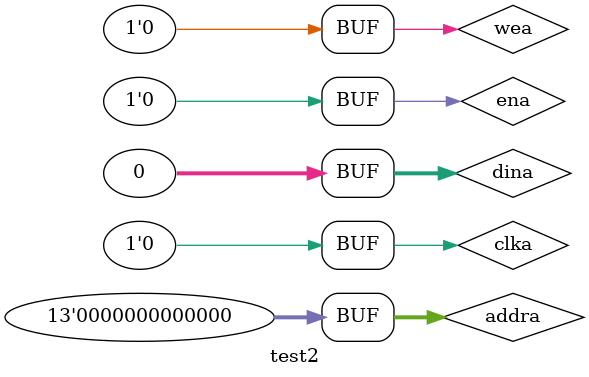
<source format=v>
`timescale 1ns / 1ps


module test2;

	// Inputs
	reg clka;
	reg ena;
	reg [0:0] wea;
	reg [12:0] addra;
	reg [31:0] dina;

	// Outputs
	wire [31:0] douta;

	// Instantiate the Unit Under Test (UUT)
	DaCache uut (
		.clka(clka), 
		.ena(ena), 
		.wea(wea), 
		.addra(addra), 
		.dina(dina), 
		.douta(douta)
	);

	initial begin
		// Initialize Inputs
		clka = 0;
		ena = 0;
		wea = 0;
		addra = 0;
		dina = 0;

		// Wait 100 ns for global reset to finish
		#100;
        
		// Add stimulus here

	end
      
endmodule


</source>
